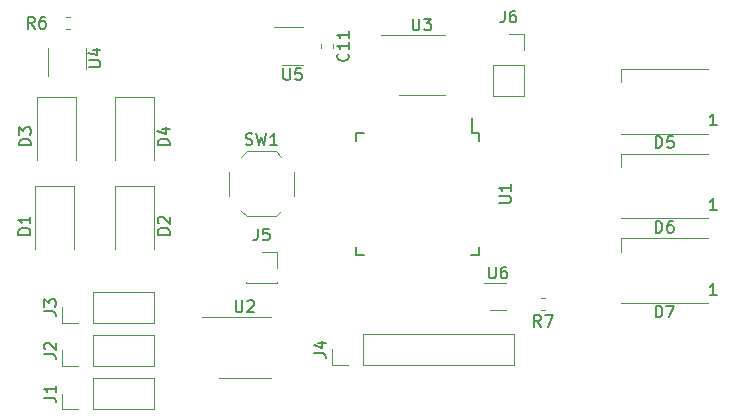
<source format=gbr>
%TF.GenerationSoftware,KiCad,Pcbnew,(5.1.6)-1*%
%TF.CreationDate,2020-09-26T21:02:15-04:00*%
%TF.ProjectId,CellLight,43656c6c-4c69-4676-9874-2e6b69636164,rev?*%
%TF.SameCoordinates,Original*%
%TF.FileFunction,Legend,Top*%
%TF.FilePolarity,Positive*%
%FSLAX46Y46*%
G04 Gerber Fmt 4.6, Leading zero omitted, Abs format (unit mm)*
G04 Created by KiCad (PCBNEW (5.1.6)-1) date 2020-09-26 21:02:15*
%MOMM*%
%LPD*%
G01*
G04 APERTURE LIST*
%ADD10C,0.120000*%
%ADD11C,0.150000*%
G04 APERTURE END LIST*
D10*
%TO.C,J5*%
X201920000Y-119280000D02*
X204580000Y-119280000D01*
X201920000Y-119160000D02*
X201920000Y-119280000D01*
X204580000Y-119160000D02*
X204580000Y-119280000D01*
X204580000Y-116620000D02*
X204580000Y-117950000D01*
X203250000Y-116620000D02*
X204580000Y-116620000D01*
%TO.C,U6*%
X222550000Y-121560000D02*
X223950000Y-121560000D01*
X223950000Y-119240000D02*
X222050000Y-119240000D01*
%TO.C,U5*%
X206750000Y-97590000D02*
X204300000Y-97590000D01*
X204950000Y-100810000D02*
X206750000Y-100810000D01*
%TO.C,U4*%
X185190000Y-99300000D02*
X185190000Y-101750000D01*
X188410000Y-101100000D02*
X188410000Y-99300000D01*
%TO.C,U3*%
X216800000Y-98240000D02*
X213350000Y-98240000D01*
X216800000Y-98240000D02*
X218750000Y-98240000D01*
X216800000Y-103360000D02*
X214850000Y-103360000D01*
X216800000Y-103360000D02*
X218750000Y-103360000D01*
%TO.C,U2*%
X201800000Y-122090000D02*
X198200000Y-122090000D01*
X201800000Y-122090000D02*
X204000000Y-122090000D01*
X201800000Y-127310000D02*
X199600000Y-127310000D01*
X201800000Y-127310000D02*
X204000000Y-127310000D01*
D11*
%TO.C,U1*%
X221050000Y-106525000D02*
X221050000Y-105250000D01*
X221625000Y-116875000D02*
X221625000Y-116200000D01*
X211275000Y-116875000D02*
X211275000Y-116200000D01*
X211275000Y-106525000D02*
X211275000Y-107200000D01*
X221625000Y-106525000D02*
X221625000Y-107200000D01*
X211275000Y-106525000D02*
X211950000Y-106525000D01*
X211275000Y-116875000D02*
X211950000Y-116875000D01*
X221625000Y-116875000D02*
X220950000Y-116875000D01*
X221625000Y-106525000D02*
X221050000Y-106525000D01*
D10*
%TO.C,SW1*%
X201975000Y-108100000D02*
X204475000Y-108100000D01*
X200475000Y-109850000D02*
X200475000Y-111850000D01*
X201975000Y-113600000D02*
X204475000Y-113600000D01*
X205975000Y-109850000D02*
X205975000Y-111850000D01*
X201525000Y-108550000D02*
X201975000Y-108100000D01*
X204925000Y-108550000D02*
X204475000Y-108100000D01*
X204925000Y-113150000D02*
X204475000Y-113600000D01*
X201525000Y-113150000D02*
X201975000Y-113600000D01*
%TO.C,R7*%
X227221267Y-120540000D02*
X226878733Y-120540000D01*
X227221267Y-121560000D02*
X226878733Y-121560000D01*
%TO.C,R6*%
X186996267Y-96740000D02*
X186653733Y-96740000D01*
X186996267Y-97760000D02*
X186653733Y-97760000D01*
%TO.C,J6*%
X224150000Y-98170000D02*
X225480000Y-98170000D01*
X225480000Y-98170000D02*
X225480000Y-99500000D01*
X225480000Y-100770000D02*
X225480000Y-103370000D01*
X222820000Y-103370000D02*
X225480000Y-103370000D01*
X222820000Y-100770000D02*
X222820000Y-103370000D01*
X222820000Y-100770000D02*
X225480000Y-100770000D01*
%TO.C,J4*%
X209240000Y-126180000D02*
X209240000Y-124850000D01*
X210570000Y-126180000D02*
X209240000Y-126180000D01*
X211840000Y-126180000D02*
X211840000Y-123520000D01*
X211840000Y-123520000D02*
X224600000Y-123520000D01*
X211840000Y-126180000D02*
X224600000Y-126180000D01*
X224600000Y-126180000D02*
X224600000Y-123520000D01*
%TO.C,J3*%
X186370000Y-122630000D02*
X186370000Y-121300000D01*
X187700000Y-122630000D02*
X186370000Y-122630000D01*
X188970000Y-122630000D02*
X188970000Y-119970000D01*
X188970000Y-119970000D02*
X194110000Y-119970000D01*
X188970000Y-122630000D02*
X194110000Y-122630000D01*
X194110000Y-122630000D02*
X194110000Y-119970000D01*
%TO.C,J2*%
X186380000Y-126280000D02*
X186380000Y-124950000D01*
X187710000Y-126280000D02*
X186380000Y-126280000D01*
X188980000Y-126280000D02*
X188980000Y-123620000D01*
X188980000Y-123620000D02*
X194120000Y-123620000D01*
X188980000Y-126280000D02*
X194120000Y-126280000D01*
X194120000Y-126280000D02*
X194120000Y-123620000D01*
%TO.C,J1*%
X186370000Y-129930000D02*
X186370000Y-128600000D01*
X187700000Y-129930000D02*
X186370000Y-129930000D01*
X188970000Y-129930000D02*
X188970000Y-127270000D01*
X188970000Y-127270000D02*
X194110000Y-127270000D01*
X188970000Y-129930000D02*
X194110000Y-129930000D01*
X194110000Y-129930000D02*
X194110000Y-127270000D01*
%TO.C,D7*%
X241000000Y-120950000D02*
X233700000Y-120950000D01*
X241000000Y-115450000D02*
X233700000Y-115450000D01*
X233700000Y-115450000D02*
X233700000Y-116600000D01*
%TO.C,D6*%
X233700000Y-108275000D02*
X233700000Y-109425000D01*
X241000000Y-108275000D02*
X233700000Y-108275000D01*
X241000000Y-113775000D02*
X233700000Y-113775000D01*
%TO.C,D5*%
X241000000Y-106600000D02*
X233700000Y-106600000D01*
X241000000Y-101100000D02*
X233700000Y-101100000D01*
X233700000Y-101100000D02*
X233700000Y-102250000D01*
%TO.C,D4*%
X194150000Y-103450000D02*
X194150000Y-108850000D01*
X190850000Y-103450000D02*
X190850000Y-108850000D01*
X194150000Y-103450000D02*
X190850000Y-103450000D01*
%TO.C,D3*%
X187500000Y-103450000D02*
X184200000Y-103450000D01*
X184200000Y-103450000D02*
X184200000Y-108850000D01*
X187500000Y-103450000D02*
X187500000Y-108850000D01*
%TO.C,D2*%
X194150000Y-111000000D02*
X194150000Y-116400000D01*
X190850000Y-111000000D02*
X190850000Y-116400000D01*
X194150000Y-111000000D02*
X190850000Y-111000000D01*
%TO.C,D1*%
X187350000Y-111000000D02*
X187350000Y-116400000D01*
X184050000Y-111000000D02*
X184050000Y-116400000D01*
X187350000Y-111000000D02*
X184050000Y-111000000D01*
%TO.C,C11*%
X208240000Y-99003733D02*
X208240000Y-99346267D01*
X209260000Y-99003733D02*
X209260000Y-99346267D01*
%TO.C,J5*%
D11*
X202916666Y-114632380D02*
X202916666Y-115346666D01*
X202869047Y-115489523D01*
X202773809Y-115584761D01*
X202630952Y-115632380D01*
X202535714Y-115632380D01*
X203869047Y-114632380D02*
X203392857Y-114632380D01*
X203345238Y-115108571D01*
X203392857Y-115060952D01*
X203488095Y-115013333D01*
X203726190Y-115013333D01*
X203821428Y-115060952D01*
X203869047Y-115108571D01*
X203916666Y-115203809D01*
X203916666Y-115441904D01*
X203869047Y-115537142D01*
X203821428Y-115584761D01*
X203726190Y-115632380D01*
X203488095Y-115632380D01*
X203392857Y-115584761D01*
X203345238Y-115537142D01*
%TO.C,U6*%
X222488095Y-117852380D02*
X222488095Y-118661904D01*
X222535714Y-118757142D01*
X222583333Y-118804761D01*
X222678571Y-118852380D01*
X222869047Y-118852380D01*
X222964285Y-118804761D01*
X223011904Y-118757142D01*
X223059523Y-118661904D01*
X223059523Y-117852380D01*
X223964285Y-117852380D02*
X223773809Y-117852380D01*
X223678571Y-117900000D01*
X223630952Y-117947619D01*
X223535714Y-118090476D01*
X223488095Y-118280952D01*
X223488095Y-118661904D01*
X223535714Y-118757142D01*
X223583333Y-118804761D01*
X223678571Y-118852380D01*
X223869047Y-118852380D01*
X223964285Y-118804761D01*
X224011904Y-118757142D01*
X224059523Y-118661904D01*
X224059523Y-118423809D01*
X224011904Y-118328571D01*
X223964285Y-118280952D01*
X223869047Y-118233333D01*
X223678571Y-118233333D01*
X223583333Y-118280952D01*
X223535714Y-118328571D01*
X223488095Y-118423809D01*
%TO.C,U5*%
X205088095Y-101052380D02*
X205088095Y-101861904D01*
X205135714Y-101957142D01*
X205183333Y-102004761D01*
X205278571Y-102052380D01*
X205469047Y-102052380D01*
X205564285Y-102004761D01*
X205611904Y-101957142D01*
X205659523Y-101861904D01*
X205659523Y-101052380D01*
X206611904Y-101052380D02*
X206135714Y-101052380D01*
X206088095Y-101528571D01*
X206135714Y-101480952D01*
X206230952Y-101433333D01*
X206469047Y-101433333D01*
X206564285Y-101480952D01*
X206611904Y-101528571D01*
X206659523Y-101623809D01*
X206659523Y-101861904D01*
X206611904Y-101957142D01*
X206564285Y-102004761D01*
X206469047Y-102052380D01*
X206230952Y-102052380D01*
X206135714Y-102004761D01*
X206088095Y-101957142D01*
%TO.C,U4*%
X188602380Y-100961904D02*
X189411904Y-100961904D01*
X189507142Y-100914285D01*
X189554761Y-100866666D01*
X189602380Y-100771428D01*
X189602380Y-100580952D01*
X189554761Y-100485714D01*
X189507142Y-100438095D01*
X189411904Y-100390476D01*
X188602380Y-100390476D01*
X188935714Y-99485714D02*
X189602380Y-99485714D01*
X188554761Y-99723809D02*
X189269047Y-99961904D01*
X189269047Y-99342857D01*
%TO.C,U3*%
X216038095Y-96852380D02*
X216038095Y-97661904D01*
X216085714Y-97757142D01*
X216133333Y-97804761D01*
X216228571Y-97852380D01*
X216419047Y-97852380D01*
X216514285Y-97804761D01*
X216561904Y-97757142D01*
X216609523Y-97661904D01*
X216609523Y-96852380D01*
X216990476Y-96852380D02*
X217609523Y-96852380D01*
X217276190Y-97233333D01*
X217419047Y-97233333D01*
X217514285Y-97280952D01*
X217561904Y-97328571D01*
X217609523Y-97423809D01*
X217609523Y-97661904D01*
X217561904Y-97757142D01*
X217514285Y-97804761D01*
X217419047Y-97852380D01*
X217133333Y-97852380D01*
X217038095Y-97804761D01*
X216990476Y-97757142D01*
%TO.C,U2*%
X201038095Y-120702380D02*
X201038095Y-121511904D01*
X201085714Y-121607142D01*
X201133333Y-121654761D01*
X201228571Y-121702380D01*
X201419047Y-121702380D01*
X201514285Y-121654761D01*
X201561904Y-121607142D01*
X201609523Y-121511904D01*
X201609523Y-120702380D01*
X202038095Y-120797619D02*
X202085714Y-120750000D01*
X202180952Y-120702380D01*
X202419047Y-120702380D01*
X202514285Y-120750000D01*
X202561904Y-120797619D01*
X202609523Y-120892857D01*
X202609523Y-120988095D01*
X202561904Y-121130952D01*
X201990476Y-121702380D01*
X202609523Y-121702380D01*
%TO.C,U1*%
X223352380Y-112461904D02*
X224161904Y-112461904D01*
X224257142Y-112414285D01*
X224304761Y-112366666D01*
X224352380Y-112271428D01*
X224352380Y-112080952D01*
X224304761Y-111985714D01*
X224257142Y-111938095D01*
X224161904Y-111890476D01*
X223352380Y-111890476D01*
X224352380Y-110890476D02*
X224352380Y-111461904D01*
X224352380Y-111176190D02*
X223352380Y-111176190D01*
X223495238Y-111271428D01*
X223590476Y-111366666D01*
X223638095Y-111461904D01*
%TO.C,SW1*%
X201891666Y-107504761D02*
X202034523Y-107552380D01*
X202272619Y-107552380D01*
X202367857Y-107504761D01*
X202415476Y-107457142D01*
X202463095Y-107361904D01*
X202463095Y-107266666D01*
X202415476Y-107171428D01*
X202367857Y-107123809D01*
X202272619Y-107076190D01*
X202082142Y-107028571D01*
X201986904Y-106980952D01*
X201939285Y-106933333D01*
X201891666Y-106838095D01*
X201891666Y-106742857D01*
X201939285Y-106647619D01*
X201986904Y-106600000D01*
X202082142Y-106552380D01*
X202320238Y-106552380D01*
X202463095Y-106600000D01*
X202796428Y-106552380D02*
X203034523Y-107552380D01*
X203225000Y-106838095D01*
X203415476Y-107552380D01*
X203653571Y-106552380D01*
X204558333Y-107552380D02*
X203986904Y-107552380D01*
X204272619Y-107552380D02*
X204272619Y-106552380D01*
X204177380Y-106695238D01*
X204082142Y-106790476D01*
X203986904Y-106838095D01*
%TO.C,R7*%
X226883333Y-122932380D02*
X226550000Y-122456190D01*
X226311904Y-122932380D02*
X226311904Y-121932380D01*
X226692857Y-121932380D01*
X226788095Y-121980000D01*
X226835714Y-122027619D01*
X226883333Y-122122857D01*
X226883333Y-122265714D01*
X226835714Y-122360952D01*
X226788095Y-122408571D01*
X226692857Y-122456190D01*
X226311904Y-122456190D01*
X227216666Y-121932380D02*
X227883333Y-121932380D01*
X227454761Y-122932380D01*
%TO.C,R6*%
X184033333Y-97702380D02*
X183700000Y-97226190D01*
X183461904Y-97702380D02*
X183461904Y-96702380D01*
X183842857Y-96702380D01*
X183938095Y-96750000D01*
X183985714Y-96797619D01*
X184033333Y-96892857D01*
X184033333Y-97035714D01*
X183985714Y-97130952D01*
X183938095Y-97178571D01*
X183842857Y-97226190D01*
X183461904Y-97226190D01*
X184890476Y-96702380D02*
X184700000Y-96702380D01*
X184604761Y-96750000D01*
X184557142Y-96797619D01*
X184461904Y-96940476D01*
X184414285Y-97130952D01*
X184414285Y-97511904D01*
X184461904Y-97607142D01*
X184509523Y-97654761D01*
X184604761Y-97702380D01*
X184795238Y-97702380D01*
X184890476Y-97654761D01*
X184938095Y-97607142D01*
X184985714Y-97511904D01*
X184985714Y-97273809D01*
X184938095Y-97178571D01*
X184890476Y-97130952D01*
X184795238Y-97083333D01*
X184604761Y-97083333D01*
X184509523Y-97130952D01*
X184461904Y-97178571D01*
X184414285Y-97273809D01*
%TO.C,J6*%
X223816666Y-96182380D02*
X223816666Y-96896666D01*
X223769047Y-97039523D01*
X223673809Y-97134761D01*
X223530952Y-97182380D01*
X223435714Y-97182380D01*
X224721428Y-96182380D02*
X224530952Y-96182380D01*
X224435714Y-96230000D01*
X224388095Y-96277619D01*
X224292857Y-96420476D01*
X224245238Y-96610952D01*
X224245238Y-96991904D01*
X224292857Y-97087142D01*
X224340476Y-97134761D01*
X224435714Y-97182380D01*
X224626190Y-97182380D01*
X224721428Y-97134761D01*
X224769047Y-97087142D01*
X224816666Y-96991904D01*
X224816666Y-96753809D01*
X224769047Y-96658571D01*
X224721428Y-96610952D01*
X224626190Y-96563333D01*
X224435714Y-96563333D01*
X224340476Y-96610952D01*
X224292857Y-96658571D01*
X224245238Y-96753809D01*
%TO.C,J4*%
X207692380Y-125183333D02*
X208406666Y-125183333D01*
X208549523Y-125230952D01*
X208644761Y-125326190D01*
X208692380Y-125469047D01*
X208692380Y-125564285D01*
X208025714Y-124278571D02*
X208692380Y-124278571D01*
X207644761Y-124516666D02*
X208359047Y-124754761D01*
X208359047Y-124135714D01*
%TO.C,J3*%
X184822380Y-121633333D02*
X185536666Y-121633333D01*
X185679523Y-121680952D01*
X185774761Y-121776190D01*
X185822380Y-121919047D01*
X185822380Y-122014285D01*
X184822380Y-121252380D02*
X184822380Y-120633333D01*
X185203333Y-120966666D01*
X185203333Y-120823809D01*
X185250952Y-120728571D01*
X185298571Y-120680952D01*
X185393809Y-120633333D01*
X185631904Y-120633333D01*
X185727142Y-120680952D01*
X185774761Y-120728571D01*
X185822380Y-120823809D01*
X185822380Y-121109523D01*
X185774761Y-121204761D01*
X185727142Y-121252380D01*
%TO.C,J2*%
X184832380Y-125283333D02*
X185546666Y-125283333D01*
X185689523Y-125330952D01*
X185784761Y-125426190D01*
X185832380Y-125569047D01*
X185832380Y-125664285D01*
X184927619Y-124854761D02*
X184880000Y-124807142D01*
X184832380Y-124711904D01*
X184832380Y-124473809D01*
X184880000Y-124378571D01*
X184927619Y-124330952D01*
X185022857Y-124283333D01*
X185118095Y-124283333D01*
X185260952Y-124330952D01*
X185832380Y-124902380D01*
X185832380Y-124283333D01*
%TO.C,J1*%
X184822380Y-128933333D02*
X185536666Y-128933333D01*
X185679523Y-128980952D01*
X185774761Y-129076190D01*
X185822380Y-129219047D01*
X185822380Y-129314285D01*
X185822380Y-127933333D02*
X185822380Y-128504761D01*
X185822380Y-128219047D02*
X184822380Y-128219047D01*
X184965238Y-128314285D01*
X185060476Y-128409523D01*
X185108095Y-128504761D01*
%TO.C,D7*%
X236611904Y-122152380D02*
X236611904Y-121152380D01*
X236850000Y-121152380D01*
X236992857Y-121200000D01*
X237088095Y-121295238D01*
X237135714Y-121390476D01*
X237183333Y-121580952D01*
X237183333Y-121723809D01*
X237135714Y-121914285D01*
X237088095Y-122009523D01*
X236992857Y-122104761D01*
X236850000Y-122152380D01*
X236611904Y-122152380D01*
X237516666Y-121152380D02*
X238183333Y-121152380D01*
X237754761Y-122152380D01*
X241785714Y-120252380D02*
X241214285Y-120252380D01*
X241500000Y-120252380D02*
X241500000Y-119252380D01*
X241404761Y-119395238D01*
X241309523Y-119490476D01*
X241214285Y-119538095D01*
%TO.C,D6*%
X236611904Y-114977380D02*
X236611904Y-113977380D01*
X236850000Y-113977380D01*
X236992857Y-114025000D01*
X237088095Y-114120238D01*
X237135714Y-114215476D01*
X237183333Y-114405952D01*
X237183333Y-114548809D01*
X237135714Y-114739285D01*
X237088095Y-114834523D01*
X236992857Y-114929761D01*
X236850000Y-114977380D01*
X236611904Y-114977380D01*
X238040476Y-113977380D02*
X237850000Y-113977380D01*
X237754761Y-114025000D01*
X237707142Y-114072619D01*
X237611904Y-114215476D01*
X237564285Y-114405952D01*
X237564285Y-114786904D01*
X237611904Y-114882142D01*
X237659523Y-114929761D01*
X237754761Y-114977380D01*
X237945238Y-114977380D01*
X238040476Y-114929761D01*
X238088095Y-114882142D01*
X238135714Y-114786904D01*
X238135714Y-114548809D01*
X238088095Y-114453571D01*
X238040476Y-114405952D01*
X237945238Y-114358333D01*
X237754761Y-114358333D01*
X237659523Y-114405952D01*
X237611904Y-114453571D01*
X237564285Y-114548809D01*
X241785714Y-113077380D02*
X241214285Y-113077380D01*
X241500000Y-113077380D02*
X241500000Y-112077380D01*
X241404761Y-112220238D01*
X241309523Y-112315476D01*
X241214285Y-112363095D01*
%TO.C,D5*%
X236611904Y-107802380D02*
X236611904Y-106802380D01*
X236850000Y-106802380D01*
X236992857Y-106850000D01*
X237088095Y-106945238D01*
X237135714Y-107040476D01*
X237183333Y-107230952D01*
X237183333Y-107373809D01*
X237135714Y-107564285D01*
X237088095Y-107659523D01*
X236992857Y-107754761D01*
X236850000Y-107802380D01*
X236611904Y-107802380D01*
X238088095Y-106802380D02*
X237611904Y-106802380D01*
X237564285Y-107278571D01*
X237611904Y-107230952D01*
X237707142Y-107183333D01*
X237945238Y-107183333D01*
X238040476Y-107230952D01*
X238088095Y-107278571D01*
X238135714Y-107373809D01*
X238135714Y-107611904D01*
X238088095Y-107707142D01*
X238040476Y-107754761D01*
X237945238Y-107802380D01*
X237707142Y-107802380D01*
X237611904Y-107754761D01*
X237564285Y-107707142D01*
X241785714Y-105902380D02*
X241214285Y-105902380D01*
X241500000Y-105902380D02*
X241500000Y-104902380D01*
X241404761Y-105045238D01*
X241309523Y-105140476D01*
X241214285Y-105188095D01*
%TO.C,D4*%
X195452380Y-107588095D02*
X194452380Y-107588095D01*
X194452380Y-107350000D01*
X194500000Y-107207142D01*
X194595238Y-107111904D01*
X194690476Y-107064285D01*
X194880952Y-107016666D01*
X195023809Y-107016666D01*
X195214285Y-107064285D01*
X195309523Y-107111904D01*
X195404761Y-107207142D01*
X195452380Y-107350000D01*
X195452380Y-107588095D01*
X194785714Y-106159523D02*
X195452380Y-106159523D01*
X194404761Y-106397619D02*
X195119047Y-106635714D01*
X195119047Y-106016666D01*
%TO.C,D3*%
X183702380Y-107588095D02*
X182702380Y-107588095D01*
X182702380Y-107350000D01*
X182750000Y-107207142D01*
X182845238Y-107111904D01*
X182940476Y-107064285D01*
X183130952Y-107016666D01*
X183273809Y-107016666D01*
X183464285Y-107064285D01*
X183559523Y-107111904D01*
X183654761Y-107207142D01*
X183702380Y-107350000D01*
X183702380Y-107588095D01*
X182702380Y-106683333D02*
X182702380Y-106064285D01*
X183083333Y-106397619D01*
X183083333Y-106254761D01*
X183130952Y-106159523D01*
X183178571Y-106111904D01*
X183273809Y-106064285D01*
X183511904Y-106064285D01*
X183607142Y-106111904D01*
X183654761Y-106159523D01*
X183702380Y-106254761D01*
X183702380Y-106540476D01*
X183654761Y-106635714D01*
X183607142Y-106683333D01*
%TO.C,D2*%
X195452380Y-115138095D02*
X194452380Y-115138095D01*
X194452380Y-114900000D01*
X194500000Y-114757142D01*
X194595238Y-114661904D01*
X194690476Y-114614285D01*
X194880952Y-114566666D01*
X195023809Y-114566666D01*
X195214285Y-114614285D01*
X195309523Y-114661904D01*
X195404761Y-114757142D01*
X195452380Y-114900000D01*
X195452380Y-115138095D01*
X194547619Y-114185714D02*
X194500000Y-114138095D01*
X194452380Y-114042857D01*
X194452380Y-113804761D01*
X194500000Y-113709523D01*
X194547619Y-113661904D01*
X194642857Y-113614285D01*
X194738095Y-113614285D01*
X194880952Y-113661904D01*
X195452380Y-114233333D01*
X195452380Y-113614285D01*
%TO.C,D1*%
X183652380Y-115138095D02*
X182652380Y-115138095D01*
X182652380Y-114900000D01*
X182700000Y-114757142D01*
X182795238Y-114661904D01*
X182890476Y-114614285D01*
X183080952Y-114566666D01*
X183223809Y-114566666D01*
X183414285Y-114614285D01*
X183509523Y-114661904D01*
X183604761Y-114757142D01*
X183652380Y-114900000D01*
X183652380Y-115138095D01*
X183652380Y-113614285D02*
X183652380Y-114185714D01*
X183652380Y-113900000D02*
X182652380Y-113900000D01*
X182795238Y-113995238D01*
X182890476Y-114090476D01*
X182938095Y-114185714D01*
%TO.C,C11*%
X210537142Y-99817857D02*
X210584761Y-99865476D01*
X210632380Y-100008333D01*
X210632380Y-100103571D01*
X210584761Y-100246428D01*
X210489523Y-100341666D01*
X210394285Y-100389285D01*
X210203809Y-100436904D01*
X210060952Y-100436904D01*
X209870476Y-100389285D01*
X209775238Y-100341666D01*
X209680000Y-100246428D01*
X209632380Y-100103571D01*
X209632380Y-100008333D01*
X209680000Y-99865476D01*
X209727619Y-99817857D01*
X210632380Y-98865476D02*
X210632380Y-99436904D01*
X210632380Y-99151190D02*
X209632380Y-99151190D01*
X209775238Y-99246428D01*
X209870476Y-99341666D01*
X209918095Y-99436904D01*
X210632380Y-97913095D02*
X210632380Y-98484523D01*
X210632380Y-98198809D02*
X209632380Y-98198809D01*
X209775238Y-98294047D01*
X209870476Y-98389285D01*
X209918095Y-98484523D01*
%TD*%
M02*

</source>
